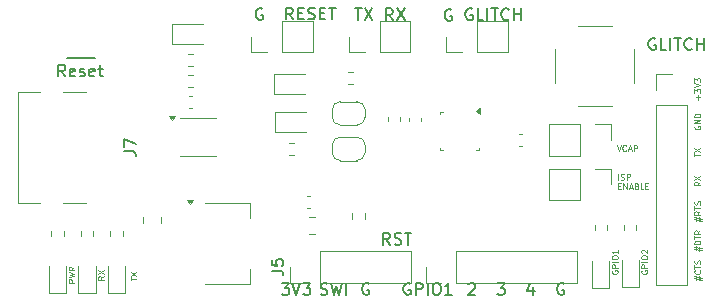
<source format=gbr>
%TF.GenerationSoftware,KiCad,Pcbnew,8.0.6*%
%TF.CreationDate,2025-02-28T22:10:36+01:00*%
%TF.ProjectId,stm8s-target-v1,73746d38-732d-4746-9172-6765742d7631,rev?*%
%TF.SameCoordinates,PX3d09000PY6590fa0*%
%TF.FileFunction,Legend,Top*%
%TF.FilePolarity,Positive*%
%FSLAX46Y46*%
G04 Gerber Fmt 4.6, Leading zero omitted, Abs format (unit mm)*
G04 Created by KiCad (PCBNEW 8.0.6) date 2025-02-28 22:10:36*
%MOMM*%
%LPD*%
G01*
G04 APERTURE LIST*
%ADD10C,0.150000*%
%ADD11C,0.080000*%
%ADD12C,0.120000*%
%ADD13C,0.200000*%
G04 APERTURE END LIST*
D10*
X21928207Y23960181D02*
X21594874Y24436372D01*
X21356779Y23960181D02*
X21356779Y24960181D01*
X21356779Y24960181D02*
X21737731Y24960181D01*
X21737731Y24960181D02*
X21832969Y24912562D01*
X21832969Y24912562D02*
X21880588Y24864943D01*
X21880588Y24864943D02*
X21928207Y24769705D01*
X21928207Y24769705D02*
X21928207Y24626848D01*
X21928207Y24626848D02*
X21880588Y24531610D01*
X21880588Y24531610D02*
X21832969Y24483991D01*
X21832969Y24483991D02*
X21737731Y24436372D01*
X21737731Y24436372D02*
X21356779Y24436372D01*
X22356779Y24483991D02*
X22690112Y24483991D01*
X22832969Y23960181D02*
X22356779Y23960181D01*
X22356779Y23960181D02*
X22356779Y24960181D01*
X22356779Y24960181D02*
X22832969Y24960181D01*
X23213922Y24007800D02*
X23356779Y23960181D01*
X23356779Y23960181D02*
X23594874Y23960181D01*
X23594874Y23960181D02*
X23690112Y24007800D01*
X23690112Y24007800D02*
X23737731Y24055420D01*
X23737731Y24055420D02*
X23785350Y24150658D01*
X23785350Y24150658D02*
X23785350Y24245896D01*
X23785350Y24245896D02*
X23737731Y24341134D01*
X23737731Y24341134D02*
X23690112Y24388753D01*
X23690112Y24388753D02*
X23594874Y24436372D01*
X23594874Y24436372D02*
X23404398Y24483991D01*
X23404398Y24483991D02*
X23309160Y24531610D01*
X23309160Y24531610D02*
X23261541Y24579229D01*
X23261541Y24579229D02*
X23213922Y24674467D01*
X23213922Y24674467D02*
X23213922Y24769705D01*
X23213922Y24769705D02*
X23261541Y24864943D01*
X23261541Y24864943D02*
X23309160Y24912562D01*
X23309160Y24912562D02*
X23404398Y24960181D01*
X23404398Y24960181D02*
X23642493Y24960181D01*
X23642493Y24960181D02*
X23785350Y24912562D01*
X24213922Y24483991D02*
X24547255Y24483991D01*
X24690112Y23960181D02*
X24213922Y23960181D01*
X24213922Y23960181D02*
X24213922Y24960181D01*
X24213922Y24960181D02*
X24690112Y24960181D01*
X24975827Y24960181D02*
X25547255Y24960181D01*
X25261541Y23960181D02*
X25261541Y24960181D01*
D11*
X3434649Y1671679D02*
X2934649Y1671679D01*
X2934649Y1671679D02*
X2934649Y1862155D01*
X2934649Y1862155D02*
X2958459Y1909774D01*
X2958459Y1909774D02*
X2982268Y1933584D01*
X2982268Y1933584D02*
X3029887Y1957393D01*
X3029887Y1957393D02*
X3101316Y1957393D01*
X3101316Y1957393D02*
X3148935Y1933584D01*
X3148935Y1933584D02*
X3172744Y1909774D01*
X3172744Y1909774D02*
X3196554Y1862155D01*
X3196554Y1862155D02*
X3196554Y1671679D01*
X2934649Y2124060D02*
X3434649Y2243108D01*
X3434649Y2243108D02*
X3077506Y2338346D01*
X3077506Y2338346D02*
X3434649Y2433584D01*
X3434649Y2433584D02*
X2934649Y2552631D01*
X3434649Y3028822D02*
X3196554Y2862156D01*
X3434649Y2743108D02*
X2934649Y2743108D01*
X2934649Y2743108D02*
X2934649Y2933584D01*
X2934649Y2933584D02*
X2958459Y2981203D01*
X2958459Y2981203D02*
X2982268Y3005013D01*
X2982268Y3005013D02*
X3029887Y3028822D01*
X3029887Y3028822D02*
X3101316Y3028822D01*
X3101316Y3028822D02*
X3148935Y3005013D01*
X3148935Y3005013D02*
X3172744Y2981203D01*
X3172744Y2981203D02*
X3196554Y2933584D01*
X3196554Y2933584D02*
X3196554Y2743108D01*
D10*
X37110588Y24832562D02*
X37015350Y24880181D01*
X37015350Y24880181D02*
X36872493Y24880181D01*
X36872493Y24880181D02*
X36729636Y24832562D01*
X36729636Y24832562D02*
X36634398Y24737324D01*
X36634398Y24737324D02*
X36586779Y24642086D01*
X36586779Y24642086D02*
X36539160Y24451610D01*
X36539160Y24451610D02*
X36539160Y24308753D01*
X36539160Y24308753D02*
X36586779Y24118277D01*
X36586779Y24118277D02*
X36634398Y24023039D01*
X36634398Y24023039D02*
X36729636Y23927800D01*
X36729636Y23927800D02*
X36872493Y23880181D01*
X36872493Y23880181D02*
X36967731Y23880181D01*
X36967731Y23880181D02*
X37110588Y23927800D01*
X37110588Y23927800D02*
X37158207Y23975420D01*
X37158207Y23975420D02*
X37158207Y24308753D01*
X37158207Y24308753D02*
X36967731Y24308753D01*
X38062969Y23880181D02*
X37586779Y23880181D01*
X37586779Y23880181D02*
X37586779Y24880181D01*
X38396303Y23880181D02*
X38396303Y24880181D01*
X38729636Y24880181D02*
X39301064Y24880181D01*
X39015350Y23880181D02*
X39015350Y24880181D01*
X40205826Y23975420D02*
X40158207Y23927800D01*
X40158207Y23927800D02*
X40015350Y23880181D01*
X40015350Y23880181D02*
X39920112Y23880181D01*
X39920112Y23880181D02*
X39777255Y23927800D01*
X39777255Y23927800D02*
X39682017Y24023039D01*
X39682017Y24023039D02*
X39634398Y24118277D01*
X39634398Y24118277D02*
X39586779Y24308753D01*
X39586779Y24308753D02*
X39586779Y24451610D01*
X39586779Y24451610D02*
X39634398Y24642086D01*
X39634398Y24642086D02*
X39682017Y24737324D01*
X39682017Y24737324D02*
X39777255Y24832562D01*
X39777255Y24832562D02*
X39920112Y24880181D01*
X39920112Y24880181D02*
X40015350Y24880181D01*
X40015350Y24880181D02*
X40158207Y24832562D01*
X40158207Y24832562D02*
X40205826Y24784943D01*
X40634398Y23880181D02*
X40634398Y24880181D01*
X40634398Y24403991D02*
X41205826Y24403991D01*
X41205826Y23880181D02*
X41205826Y24880181D01*
D11*
X5934649Y2207393D02*
X5696554Y2040727D01*
X5934649Y1921679D02*
X5434649Y1921679D01*
X5434649Y1921679D02*
X5434649Y2112155D01*
X5434649Y2112155D02*
X5458459Y2159774D01*
X5458459Y2159774D02*
X5482268Y2183584D01*
X5482268Y2183584D02*
X5529887Y2207393D01*
X5529887Y2207393D02*
X5601316Y2207393D01*
X5601316Y2207393D02*
X5648935Y2183584D01*
X5648935Y2183584D02*
X5672744Y2159774D01*
X5672744Y2159774D02*
X5696554Y2112155D01*
X5696554Y2112155D02*
X5696554Y1921679D01*
X5434649Y2374060D02*
X5934649Y2707393D01*
X5434649Y2707393D02*
X5934649Y2374060D01*
D10*
X52610588Y22332562D02*
X52515350Y22380181D01*
X52515350Y22380181D02*
X52372493Y22380181D01*
X52372493Y22380181D02*
X52229636Y22332562D01*
X52229636Y22332562D02*
X52134398Y22237324D01*
X52134398Y22237324D02*
X52086779Y22142086D01*
X52086779Y22142086D02*
X52039160Y21951610D01*
X52039160Y21951610D02*
X52039160Y21808753D01*
X52039160Y21808753D02*
X52086779Y21618277D01*
X52086779Y21618277D02*
X52134398Y21523039D01*
X52134398Y21523039D02*
X52229636Y21427800D01*
X52229636Y21427800D02*
X52372493Y21380181D01*
X52372493Y21380181D02*
X52467731Y21380181D01*
X52467731Y21380181D02*
X52610588Y21427800D01*
X52610588Y21427800D02*
X52658207Y21475420D01*
X52658207Y21475420D02*
X52658207Y21808753D01*
X52658207Y21808753D02*
X52467731Y21808753D01*
X53562969Y21380181D02*
X53086779Y21380181D01*
X53086779Y21380181D02*
X53086779Y22380181D01*
X53896303Y21380181D02*
X53896303Y22380181D01*
X54229636Y22380181D02*
X54801064Y22380181D01*
X54515350Y21380181D02*
X54515350Y22380181D01*
X55705826Y21475420D02*
X55658207Y21427800D01*
X55658207Y21427800D02*
X55515350Y21380181D01*
X55515350Y21380181D02*
X55420112Y21380181D01*
X55420112Y21380181D02*
X55277255Y21427800D01*
X55277255Y21427800D02*
X55182017Y21523039D01*
X55182017Y21523039D02*
X55134398Y21618277D01*
X55134398Y21618277D02*
X55086779Y21808753D01*
X55086779Y21808753D02*
X55086779Y21951610D01*
X55086779Y21951610D02*
X55134398Y22142086D01*
X55134398Y22142086D02*
X55182017Y22237324D01*
X55182017Y22237324D02*
X55277255Y22332562D01*
X55277255Y22332562D02*
X55420112Y22380181D01*
X55420112Y22380181D02*
X55515350Y22380181D01*
X55515350Y22380181D02*
X55658207Y22332562D01*
X55658207Y22332562D02*
X55705826Y22284943D01*
X56134398Y21380181D02*
X56134398Y22380181D01*
X56134398Y21903991D02*
X56705826Y21903991D01*
X56705826Y21380181D02*
X56705826Y22380181D01*
D11*
X56101316Y1897870D02*
X56101316Y2255012D01*
X55887030Y2040727D02*
X56529887Y1897870D01*
X56315601Y2207393D02*
X56315601Y1850251D01*
X56529887Y2064536D02*
X55887030Y2207393D01*
X56387030Y2707393D02*
X56410840Y2683584D01*
X56410840Y2683584D02*
X56434649Y2612155D01*
X56434649Y2612155D02*
X56434649Y2564536D01*
X56434649Y2564536D02*
X56410840Y2493108D01*
X56410840Y2493108D02*
X56363220Y2445489D01*
X56363220Y2445489D02*
X56315601Y2421679D01*
X56315601Y2421679D02*
X56220363Y2397870D01*
X56220363Y2397870D02*
X56148935Y2397870D01*
X56148935Y2397870D02*
X56053697Y2421679D01*
X56053697Y2421679D02*
X56006078Y2445489D01*
X56006078Y2445489D02*
X55958459Y2493108D01*
X55958459Y2493108D02*
X55934649Y2564536D01*
X55934649Y2564536D02*
X55934649Y2612155D01*
X55934649Y2612155D02*
X55958459Y2683584D01*
X55958459Y2683584D02*
X55982268Y2707393D01*
X55934649Y2850251D02*
X55934649Y3135965D01*
X56434649Y2993108D02*
X55934649Y2993108D01*
X56410840Y3278822D02*
X56434649Y3350250D01*
X56434649Y3350250D02*
X56434649Y3469298D01*
X56434649Y3469298D02*
X56410840Y3516917D01*
X56410840Y3516917D02*
X56387030Y3540726D01*
X56387030Y3540726D02*
X56339411Y3564536D01*
X56339411Y3564536D02*
X56291792Y3564536D01*
X56291792Y3564536D02*
X56244173Y3540726D01*
X56244173Y3540726D02*
X56220363Y3516917D01*
X56220363Y3516917D02*
X56196554Y3469298D01*
X56196554Y3469298D02*
X56172744Y3374060D01*
X56172744Y3374060D02*
X56148935Y3326441D01*
X56148935Y3326441D02*
X56125125Y3302631D01*
X56125125Y3302631D02*
X56077506Y3278822D01*
X56077506Y3278822D02*
X56029887Y3278822D01*
X56029887Y3278822D02*
X55982268Y3302631D01*
X55982268Y3302631D02*
X55958459Y3326441D01*
X55958459Y3326441D02*
X55934649Y3374060D01*
X55934649Y3374060D02*
X55934649Y3493107D01*
X55934649Y3493107D02*
X55958459Y3564536D01*
D10*
X24289160Y677800D02*
X24432017Y630181D01*
X24432017Y630181D02*
X24670112Y630181D01*
X24670112Y630181D02*
X24765350Y677800D01*
X24765350Y677800D02*
X24812969Y725420D01*
X24812969Y725420D02*
X24860588Y820658D01*
X24860588Y820658D02*
X24860588Y915896D01*
X24860588Y915896D02*
X24812969Y1011134D01*
X24812969Y1011134D02*
X24765350Y1058753D01*
X24765350Y1058753D02*
X24670112Y1106372D01*
X24670112Y1106372D02*
X24479636Y1153991D01*
X24479636Y1153991D02*
X24384398Y1201610D01*
X24384398Y1201610D02*
X24336779Y1249229D01*
X24336779Y1249229D02*
X24289160Y1344467D01*
X24289160Y1344467D02*
X24289160Y1439705D01*
X24289160Y1439705D02*
X24336779Y1534943D01*
X24336779Y1534943D02*
X24384398Y1582562D01*
X24384398Y1582562D02*
X24479636Y1630181D01*
X24479636Y1630181D02*
X24717731Y1630181D01*
X24717731Y1630181D02*
X24860588Y1582562D01*
X25193922Y1630181D02*
X25432017Y630181D01*
X25432017Y630181D02*
X25622493Y1344467D01*
X25622493Y1344467D02*
X25812969Y630181D01*
X25812969Y630181D02*
X26051065Y1630181D01*
X26432017Y630181D02*
X26432017Y1630181D01*
D11*
X8184649Y1850251D02*
X8184649Y2135965D01*
X8684649Y1993108D02*
X8184649Y1993108D01*
X8184649Y2255012D02*
X8684649Y2588345D01*
X8184649Y2588345D02*
X8684649Y2255012D01*
X55934649Y12350251D02*
X55934649Y12635965D01*
X56434649Y12493108D02*
X55934649Y12493108D01*
X55934649Y12755012D02*
X56434649Y13088345D01*
X55934649Y13088345D02*
X56434649Y12755012D01*
D10*
X44860588Y1582562D02*
X44765350Y1630181D01*
X44765350Y1630181D02*
X44622493Y1630181D01*
X44622493Y1630181D02*
X44479636Y1582562D01*
X44479636Y1582562D02*
X44384398Y1487324D01*
X44384398Y1487324D02*
X44336779Y1392086D01*
X44336779Y1392086D02*
X44289160Y1201610D01*
X44289160Y1201610D02*
X44289160Y1058753D01*
X44289160Y1058753D02*
X44336779Y868277D01*
X44336779Y868277D02*
X44384398Y773039D01*
X44384398Y773039D02*
X44479636Y677800D01*
X44479636Y677800D02*
X44622493Y630181D01*
X44622493Y630181D02*
X44717731Y630181D01*
X44717731Y630181D02*
X44860588Y677800D01*
X44860588Y677800D02*
X44908207Y725420D01*
X44908207Y725420D02*
X44908207Y1058753D01*
X44908207Y1058753D02*
X44717731Y1058753D01*
D11*
X56244173Y17171679D02*
X56244173Y17552631D01*
X56434649Y17362155D02*
X56053697Y17362155D01*
X55934649Y17743108D02*
X55934649Y18052632D01*
X55934649Y18052632D02*
X56125125Y17885965D01*
X56125125Y17885965D02*
X56125125Y17957394D01*
X56125125Y17957394D02*
X56148935Y18005013D01*
X56148935Y18005013D02*
X56172744Y18028822D01*
X56172744Y18028822D02*
X56220363Y18052632D01*
X56220363Y18052632D02*
X56339411Y18052632D01*
X56339411Y18052632D02*
X56387030Y18028822D01*
X56387030Y18028822D02*
X56410840Y18005013D01*
X56410840Y18005013D02*
X56434649Y17957394D01*
X56434649Y17957394D02*
X56434649Y17814537D01*
X56434649Y17814537D02*
X56410840Y17766918D01*
X56410840Y17766918D02*
X56387030Y17743108D01*
X55934649Y18195489D02*
X56434649Y18362155D01*
X56434649Y18362155D02*
X55934649Y18528822D01*
X55934649Y18647869D02*
X55934649Y18957393D01*
X55934649Y18957393D02*
X56125125Y18790726D01*
X56125125Y18790726D02*
X56125125Y18862155D01*
X56125125Y18862155D02*
X56148935Y18909774D01*
X56148935Y18909774D02*
X56172744Y18933583D01*
X56172744Y18933583D02*
X56220363Y18957393D01*
X56220363Y18957393D02*
X56339411Y18957393D01*
X56339411Y18957393D02*
X56387030Y18933583D01*
X56387030Y18933583D02*
X56410840Y18909774D01*
X56410840Y18909774D02*
X56434649Y18862155D01*
X56434649Y18862155D02*
X56434649Y18719298D01*
X56434649Y18719298D02*
X56410840Y18671679D01*
X56410840Y18671679D02*
X56387030Y18647869D01*
D10*
X20991541Y1630181D02*
X21610588Y1630181D01*
X21610588Y1630181D02*
X21277255Y1249229D01*
X21277255Y1249229D02*
X21420112Y1249229D01*
X21420112Y1249229D02*
X21515350Y1201610D01*
X21515350Y1201610D02*
X21562969Y1153991D01*
X21562969Y1153991D02*
X21610588Y1058753D01*
X21610588Y1058753D02*
X21610588Y820658D01*
X21610588Y820658D02*
X21562969Y725420D01*
X21562969Y725420D02*
X21515350Y677800D01*
X21515350Y677800D02*
X21420112Y630181D01*
X21420112Y630181D02*
X21134398Y630181D01*
X21134398Y630181D02*
X21039160Y677800D01*
X21039160Y677800D02*
X20991541Y725420D01*
X21896303Y1630181D02*
X22229636Y630181D01*
X22229636Y630181D02*
X22562969Y1630181D01*
X22801065Y1630181D02*
X23420112Y1630181D01*
X23420112Y1630181D02*
X23086779Y1249229D01*
X23086779Y1249229D02*
X23229636Y1249229D01*
X23229636Y1249229D02*
X23324874Y1201610D01*
X23324874Y1201610D02*
X23372493Y1153991D01*
X23372493Y1153991D02*
X23420112Y1058753D01*
X23420112Y1058753D02*
X23420112Y820658D01*
X23420112Y820658D02*
X23372493Y725420D01*
X23372493Y725420D02*
X23324874Y677800D01*
X23324874Y677800D02*
X23229636Y630181D01*
X23229636Y630181D02*
X22943922Y630181D01*
X22943922Y630181D02*
X22848684Y677800D01*
X22848684Y677800D02*
X22801065Y725420D01*
D11*
X48958459Y2683584D02*
X48934649Y2635965D01*
X48934649Y2635965D02*
X48934649Y2564536D01*
X48934649Y2564536D02*
X48958459Y2493108D01*
X48958459Y2493108D02*
X49006078Y2445489D01*
X49006078Y2445489D02*
X49053697Y2421679D01*
X49053697Y2421679D02*
X49148935Y2397870D01*
X49148935Y2397870D02*
X49220363Y2397870D01*
X49220363Y2397870D02*
X49315601Y2421679D01*
X49315601Y2421679D02*
X49363220Y2445489D01*
X49363220Y2445489D02*
X49410840Y2493108D01*
X49410840Y2493108D02*
X49434649Y2564536D01*
X49434649Y2564536D02*
X49434649Y2612155D01*
X49434649Y2612155D02*
X49410840Y2683584D01*
X49410840Y2683584D02*
X49387030Y2707393D01*
X49387030Y2707393D02*
X49220363Y2707393D01*
X49220363Y2707393D02*
X49220363Y2612155D01*
X49434649Y2921679D02*
X48934649Y2921679D01*
X48934649Y2921679D02*
X48934649Y3112155D01*
X48934649Y3112155D02*
X48958459Y3159774D01*
X48958459Y3159774D02*
X48982268Y3183584D01*
X48982268Y3183584D02*
X49029887Y3207393D01*
X49029887Y3207393D02*
X49101316Y3207393D01*
X49101316Y3207393D02*
X49148935Y3183584D01*
X49148935Y3183584D02*
X49172744Y3159774D01*
X49172744Y3159774D02*
X49196554Y3112155D01*
X49196554Y3112155D02*
X49196554Y2921679D01*
X49434649Y3421679D02*
X48934649Y3421679D01*
X48934649Y3755012D02*
X48934649Y3850250D01*
X48934649Y3850250D02*
X48958459Y3897869D01*
X48958459Y3897869D02*
X49006078Y3945488D01*
X49006078Y3945488D02*
X49101316Y3969298D01*
X49101316Y3969298D02*
X49267982Y3969298D01*
X49267982Y3969298D02*
X49363220Y3945488D01*
X49363220Y3945488D02*
X49410840Y3897869D01*
X49410840Y3897869D02*
X49434649Y3850250D01*
X49434649Y3850250D02*
X49434649Y3755012D01*
X49434649Y3755012D02*
X49410840Y3707393D01*
X49410840Y3707393D02*
X49363220Y3659774D01*
X49363220Y3659774D02*
X49267982Y3635965D01*
X49267982Y3635965D02*
X49101316Y3635965D01*
X49101316Y3635965D02*
X49006078Y3659774D01*
X49006078Y3659774D02*
X48958459Y3707393D01*
X48958459Y3707393D02*
X48934649Y3755012D01*
X49434649Y4445489D02*
X49434649Y4159775D01*
X49434649Y4302632D02*
X48934649Y4302632D01*
X48934649Y4302632D02*
X49006078Y4255013D01*
X49006078Y4255013D02*
X49053697Y4207394D01*
X49053697Y4207394D02*
X49077506Y4159775D01*
X49471678Y10370323D02*
X49471678Y10870323D01*
X49685964Y10394132D02*
X49757392Y10370323D01*
X49757392Y10370323D02*
X49876440Y10370323D01*
X49876440Y10370323D02*
X49924059Y10394132D01*
X49924059Y10394132D02*
X49947868Y10417942D01*
X49947868Y10417942D02*
X49971678Y10465561D01*
X49971678Y10465561D02*
X49971678Y10513180D01*
X49971678Y10513180D02*
X49947868Y10560799D01*
X49947868Y10560799D02*
X49924059Y10584609D01*
X49924059Y10584609D02*
X49876440Y10608418D01*
X49876440Y10608418D02*
X49781202Y10632228D01*
X49781202Y10632228D02*
X49733583Y10656037D01*
X49733583Y10656037D02*
X49709773Y10679847D01*
X49709773Y10679847D02*
X49685964Y10727466D01*
X49685964Y10727466D02*
X49685964Y10775085D01*
X49685964Y10775085D02*
X49709773Y10822704D01*
X49709773Y10822704D02*
X49733583Y10846513D01*
X49733583Y10846513D02*
X49781202Y10870323D01*
X49781202Y10870323D02*
X49900249Y10870323D01*
X49900249Y10870323D02*
X49971678Y10846513D01*
X50185963Y10370323D02*
X50185963Y10870323D01*
X50185963Y10870323D02*
X50376439Y10870323D01*
X50376439Y10870323D02*
X50424058Y10846513D01*
X50424058Y10846513D02*
X50447868Y10822704D01*
X50447868Y10822704D02*
X50471677Y10775085D01*
X50471677Y10775085D02*
X50471677Y10703656D01*
X50471677Y10703656D02*
X50447868Y10656037D01*
X50447868Y10656037D02*
X50424058Y10632228D01*
X50424058Y10632228D02*
X50376439Y10608418D01*
X50376439Y10608418D02*
X50185963Y10608418D01*
X49471678Y9827256D02*
X49638345Y9827256D01*
X49709773Y9565351D02*
X49471678Y9565351D01*
X49471678Y9565351D02*
X49471678Y10065351D01*
X49471678Y10065351D02*
X49709773Y10065351D01*
X49924059Y9565351D02*
X49924059Y10065351D01*
X49924059Y10065351D02*
X50209773Y9565351D01*
X50209773Y9565351D02*
X50209773Y10065351D01*
X50424060Y9708208D02*
X50662155Y9708208D01*
X50376441Y9565351D02*
X50543107Y10065351D01*
X50543107Y10065351D02*
X50709774Y9565351D01*
X51043107Y9827256D02*
X51114535Y9803446D01*
X51114535Y9803446D02*
X51138345Y9779637D01*
X51138345Y9779637D02*
X51162154Y9732018D01*
X51162154Y9732018D02*
X51162154Y9660589D01*
X51162154Y9660589D02*
X51138345Y9612970D01*
X51138345Y9612970D02*
X51114535Y9589160D01*
X51114535Y9589160D02*
X51066916Y9565351D01*
X51066916Y9565351D02*
X50876440Y9565351D01*
X50876440Y9565351D02*
X50876440Y10065351D01*
X50876440Y10065351D02*
X51043107Y10065351D01*
X51043107Y10065351D02*
X51090726Y10041541D01*
X51090726Y10041541D02*
X51114535Y10017732D01*
X51114535Y10017732D02*
X51138345Y9970113D01*
X51138345Y9970113D02*
X51138345Y9922494D01*
X51138345Y9922494D02*
X51114535Y9874875D01*
X51114535Y9874875D02*
X51090726Y9851065D01*
X51090726Y9851065D02*
X51043107Y9827256D01*
X51043107Y9827256D02*
X50876440Y9827256D01*
X51614535Y9565351D02*
X51376440Y9565351D01*
X51376440Y9565351D02*
X51376440Y10065351D01*
X51781202Y9827256D02*
X51947869Y9827256D01*
X52019297Y9565351D02*
X51781202Y9565351D01*
X51781202Y9565351D02*
X51781202Y10065351D01*
X51781202Y10065351D02*
X52019297Y10065351D01*
X56101316Y4397870D02*
X56101316Y4755012D01*
X55887030Y4540727D02*
X56529887Y4397870D01*
X56315601Y4707393D02*
X56315601Y4350251D01*
X56529887Y4564536D02*
X55887030Y4707393D01*
X56434649Y4921679D02*
X55934649Y4921679D01*
X55934649Y4921679D02*
X55934649Y5040727D01*
X55934649Y5040727D02*
X55958459Y5112155D01*
X55958459Y5112155D02*
X56006078Y5159774D01*
X56006078Y5159774D02*
X56053697Y5183584D01*
X56053697Y5183584D02*
X56148935Y5207393D01*
X56148935Y5207393D02*
X56220363Y5207393D01*
X56220363Y5207393D02*
X56315601Y5183584D01*
X56315601Y5183584D02*
X56363220Y5159774D01*
X56363220Y5159774D02*
X56410840Y5112155D01*
X56410840Y5112155D02*
X56434649Y5040727D01*
X56434649Y5040727D02*
X56434649Y4921679D01*
X55934649Y5350251D02*
X55934649Y5635965D01*
X56434649Y5493108D02*
X55934649Y5493108D01*
X56434649Y6088345D02*
X56196554Y5921679D01*
X56434649Y5802631D02*
X55934649Y5802631D01*
X55934649Y5802631D02*
X55934649Y5993107D01*
X55934649Y5993107D02*
X55958459Y6040726D01*
X55958459Y6040726D02*
X55982268Y6064536D01*
X55982268Y6064536D02*
X56029887Y6088345D01*
X56029887Y6088345D02*
X56101316Y6088345D01*
X56101316Y6088345D02*
X56148935Y6064536D01*
X56148935Y6064536D02*
X56172744Y6040726D01*
X56172744Y6040726D02*
X56196554Y5993107D01*
X56196554Y5993107D02*
X56196554Y5802631D01*
D10*
X28360588Y1582562D02*
X28265350Y1630181D01*
X28265350Y1630181D02*
X28122493Y1630181D01*
X28122493Y1630181D02*
X27979636Y1582562D01*
X27979636Y1582562D02*
X27884398Y1487324D01*
X27884398Y1487324D02*
X27836779Y1392086D01*
X27836779Y1392086D02*
X27789160Y1201610D01*
X27789160Y1201610D02*
X27789160Y1058753D01*
X27789160Y1058753D02*
X27836779Y868277D01*
X27836779Y868277D02*
X27884398Y773039D01*
X27884398Y773039D02*
X27979636Y677800D01*
X27979636Y677800D02*
X28122493Y630181D01*
X28122493Y630181D02*
X28217731Y630181D01*
X28217731Y630181D02*
X28360588Y677800D01*
X28360588Y677800D02*
X28408207Y725420D01*
X28408207Y725420D02*
X28408207Y1058753D01*
X28408207Y1058753D02*
X28217731Y1058753D01*
X27193922Y24880181D02*
X27765350Y24880181D01*
X27479636Y23880181D02*
X27479636Y24880181D01*
X28003446Y24880181D02*
X28670112Y23880181D01*
X28670112Y24880181D02*
X28003446Y23880181D01*
X30384398Y23880181D02*
X30051065Y24356372D01*
X29812970Y23880181D02*
X29812970Y24880181D01*
X29812970Y24880181D02*
X30193922Y24880181D01*
X30193922Y24880181D02*
X30289160Y24832562D01*
X30289160Y24832562D02*
X30336779Y24784943D01*
X30336779Y24784943D02*
X30384398Y24689705D01*
X30384398Y24689705D02*
X30384398Y24546848D01*
X30384398Y24546848D02*
X30336779Y24451610D01*
X30336779Y24451610D02*
X30289160Y24403991D01*
X30289160Y24403991D02*
X30193922Y24356372D01*
X30193922Y24356372D02*
X29812970Y24356372D01*
X30717732Y24880181D02*
X31384398Y23880181D01*
X31384398Y24880181D02*
X30717732Y23880181D01*
X19340588Y24852562D02*
X19245350Y24900181D01*
X19245350Y24900181D02*
X19102493Y24900181D01*
X19102493Y24900181D02*
X18959636Y24852562D01*
X18959636Y24852562D02*
X18864398Y24757324D01*
X18864398Y24757324D02*
X18816779Y24662086D01*
X18816779Y24662086D02*
X18769160Y24471610D01*
X18769160Y24471610D02*
X18769160Y24328753D01*
X18769160Y24328753D02*
X18816779Y24138277D01*
X18816779Y24138277D02*
X18864398Y24043039D01*
X18864398Y24043039D02*
X18959636Y23947800D01*
X18959636Y23947800D02*
X19102493Y23900181D01*
X19102493Y23900181D02*
X19197731Y23900181D01*
X19197731Y23900181D02*
X19340588Y23947800D01*
X19340588Y23947800D02*
X19388207Y23995420D01*
X19388207Y23995420D02*
X19388207Y24328753D01*
X19388207Y24328753D02*
X19197731Y24328753D01*
D11*
X55958459Y14933584D02*
X55934649Y14885965D01*
X55934649Y14885965D02*
X55934649Y14814536D01*
X55934649Y14814536D02*
X55958459Y14743108D01*
X55958459Y14743108D02*
X56006078Y14695489D01*
X56006078Y14695489D02*
X56053697Y14671679D01*
X56053697Y14671679D02*
X56148935Y14647870D01*
X56148935Y14647870D02*
X56220363Y14647870D01*
X56220363Y14647870D02*
X56315601Y14671679D01*
X56315601Y14671679D02*
X56363220Y14695489D01*
X56363220Y14695489D02*
X56410840Y14743108D01*
X56410840Y14743108D02*
X56434649Y14814536D01*
X56434649Y14814536D02*
X56434649Y14862155D01*
X56434649Y14862155D02*
X56410840Y14933584D01*
X56410840Y14933584D02*
X56387030Y14957393D01*
X56387030Y14957393D02*
X56220363Y14957393D01*
X56220363Y14957393D02*
X56220363Y14862155D01*
X56434649Y15171679D02*
X55934649Y15171679D01*
X55934649Y15171679D02*
X56434649Y15457393D01*
X56434649Y15457393D02*
X55934649Y15457393D01*
X56434649Y15695489D02*
X55934649Y15695489D01*
X55934649Y15695489D02*
X55934649Y15814537D01*
X55934649Y15814537D02*
X55958459Y15885965D01*
X55958459Y15885965D02*
X56006078Y15933584D01*
X56006078Y15933584D02*
X56053697Y15957394D01*
X56053697Y15957394D02*
X56148935Y15981203D01*
X56148935Y15981203D02*
X56220363Y15981203D01*
X56220363Y15981203D02*
X56315601Y15957394D01*
X56315601Y15957394D02*
X56363220Y15933584D01*
X56363220Y15933584D02*
X56410840Y15885965D01*
X56410840Y15885965D02*
X56434649Y15814537D01*
X56434649Y15814537D02*
X56434649Y15695489D01*
D10*
X30158207Y4880181D02*
X29824874Y5356372D01*
X29586779Y4880181D02*
X29586779Y5880181D01*
X29586779Y5880181D02*
X29967731Y5880181D01*
X29967731Y5880181D02*
X30062969Y5832562D01*
X30062969Y5832562D02*
X30110588Y5784943D01*
X30110588Y5784943D02*
X30158207Y5689705D01*
X30158207Y5689705D02*
X30158207Y5546848D01*
X30158207Y5546848D02*
X30110588Y5451610D01*
X30110588Y5451610D02*
X30062969Y5403991D01*
X30062969Y5403991D02*
X29967731Y5356372D01*
X29967731Y5356372D02*
X29586779Y5356372D01*
X30539160Y4927800D02*
X30682017Y4880181D01*
X30682017Y4880181D02*
X30920112Y4880181D01*
X30920112Y4880181D02*
X31015350Y4927800D01*
X31015350Y4927800D02*
X31062969Y4975420D01*
X31062969Y4975420D02*
X31110588Y5070658D01*
X31110588Y5070658D02*
X31110588Y5165896D01*
X31110588Y5165896D02*
X31062969Y5261134D01*
X31062969Y5261134D02*
X31015350Y5308753D01*
X31015350Y5308753D02*
X30920112Y5356372D01*
X30920112Y5356372D02*
X30729636Y5403991D01*
X30729636Y5403991D02*
X30634398Y5451610D01*
X30634398Y5451610D02*
X30586779Y5499229D01*
X30586779Y5499229D02*
X30539160Y5594467D01*
X30539160Y5594467D02*
X30539160Y5689705D01*
X30539160Y5689705D02*
X30586779Y5784943D01*
X30586779Y5784943D02*
X30634398Y5832562D01*
X30634398Y5832562D02*
X30729636Y5880181D01*
X30729636Y5880181D02*
X30967731Y5880181D01*
X30967731Y5880181D02*
X31110588Y5832562D01*
X31396303Y5880181D02*
X31967731Y5880181D01*
X31682017Y4880181D02*
X31682017Y5880181D01*
D11*
X51458459Y2683584D02*
X51434649Y2635965D01*
X51434649Y2635965D02*
X51434649Y2564536D01*
X51434649Y2564536D02*
X51458459Y2493108D01*
X51458459Y2493108D02*
X51506078Y2445489D01*
X51506078Y2445489D02*
X51553697Y2421679D01*
X51553697Y2421679D02*
X51648935Y2397870D01*
X51648935Y2397870D02*
X51720363Y2397870D01*
X51720363Y2397870D02*
X51815601Y2421679D01*
X51815601Y2421679D02*
X51863220Y2445489D01*
X51863220Y2445489D02*
X51910840Y2493108D01*
X51910840Y2493108D02*
X51934649Y2564536D01*
X51934649Y2564536D02*
X51934649Y2612155D01*
X51934649Y2612155D02*
X51910840Y2683584D01*
X51910840Y2683584D02*
X51887030Y2707393D01*
X51887030Y2707393D02*
X51720363Y2707393D01*
X51720363Y2707393D02*
X51720363Y2612155D01*
X51934649Y2921679D02*
X51434649Y2921679D01*
X51434649Y2921679D02*
X51434649Y3112155D01*
X51434649Y3112155D02*
X51458459Y3159774D01*
X51458459Y3159774D02*
X51482268Y3183584D01*
X51482268Y3183584D02*
X51529887Y3207393D01*
X51529887Y3207393D02*
X51601316Y3207393D01*
X51601316Y3207393D02*
X51648935Y3183584D01*
X51648935Y3183584D02*
X51672744Y3159774D01*
X51672744Y3159774D02*
X51696554Y3112155D01*
X51696554Y3112155D02*
X51696554Y2921679D01*
X51934649Y3421679D02*
X51434649Y3421679D01*
X51434649Y3755012D02*
X51434649Y3850250D01*
X51434649Y3850250D02*
X51458459Y3897869D01*
X51458459Y3897869D02*
X51506078Y3945488D01*
X51506078Y3945488D02*
X51601316Y3969298D01*
X51601316Y3969298D02*
X51767982Y3969298D01*
X51767982Y3969298D02*
X51863220Y3945488D01*
X51863220Y3945488D02*
X51910840Y3897869D01*
X51910840Y3897869D02*
X51934649Y3850250D01*
X51934649Y3850250D02*
X51934649Y3755012D01*
X51934649Y3755012D02*
X51910840Y3707393D01*
X51910840Y3707393D02*
X51863220Y3659774D01*
X51863220Y3659774D02*
X51767982Y3635965D01*
X51767982Y3635965D02*
X51601316Y3635965D01*
X51601316Y3635965D02*
X51506078Y3659774D01*
X51506078Y3659774D02*
X51458459Y3707393D01*
X51458459Y3707393D02*
X51434649Y3755012D01*
X51482268Y4159775D02*
X51458459Y4183584D01*
X51458459Y4183584D02*
X51434649Y4231203D01*
X51434649Y4231203D02*
X51434649Y4350251D01*
X51434649Y4350251D02*
X51458459Y4397870D01*
X51458459Y4397870D02*
X51482268Y4421679D01*
X51482268Y4421679D02*
X51529887Y4445489D01*
X51529887Y4445489D02*
X51577506Y4445489D01*
X51577506Y4445489D02*
X51648935Y4421679D01*
X51648935Y4421679D02*
X51934649Y4135965D01*
X51934649Y4135965D02*
X51934649Y4445489D01*
D10*
X36789160Y1534943D02*
X36836779Y1582562D01*
X36836779Y1582562D02*
X36932017Y1630181D01*
X36932017Y1630181D02*
X37170112Y1630181D01*
X37170112Y1630181D02*
X37265350Y1582562D01*
X37265350Y1582562D02*
X37312969Y1534943D01*
X37312969Y1534943D02*
X37360588Y1439705D01*
X37360588Y1439705D02*
X37360588Y1344467D01*
X37360588Y1344467D02*
X37312969Y1201610D01*
X37312969Y1201610D02*
X36741541Y630181D01*
X36741541Y630181D02*
X37360588Y630181D01*
X42265350Y1296848D02*
X42265350Y630181D01*
X42027255Y1677800D02*
X41789160Y963515D01*
X41789160Y963515D02*
X42408207Y963515D01*
D11*
X56434649Y10207393D02*
X56196554Y10040727D01*
X56434649Y9921679D02*
X55934649Y9921679D01*
X55934649Y9921679D02*
X55934649Y10112155D01*
X55934649Y10112155D02*
X55958459Y10159774D01*
X55958459Y10159774D02*
X55982268Y10183584D01*
X55982268Y10183584D02*
X56029887Y10207393D01*
X56029887Y10207393D02*
X56101316Y10207393D01*
X56101316Y10207393D02*
X56148935Y10183584D01*
X56148935Y10183584D02*
X56172744Y10159774D01*
X56172744Y10159774D02*
X56196554Y10112155D01*
X56196554Y10112155D02*
X56196554Y9921679D01*
X55934649Y10374060D02*
X56434649Y10707393D01*
X55934649Y10707393D02*
X56434649Y10374060D01*
X56101316Y6897870D02*
X56101316Y7255012D01*
X55887030Y7040727D02*
X56529887Y6897870D01*
X56315601Y7207393D02*
X56315601Y6850251D01*
X56529887Y7064536D02*
X55887030Y7207393D01*
X56434649Y7707393D02*
X56196554Y7540727D01*
X56434649Y7421679D02*
X55934649Y7421679D01*
X55934649Y7421679D02*
X55934649Y7612155D01*
X55934649Y7612155D02*
X55958459Y7659774D01*
X55958459Y7659774D02*
X55982268Y7683584D01*
X55982268Y7683584D02*
X56029887Y7707393D01*
X56029887Y7707393D02*
X56101316Y7707393D01*
X56101316Y7707393D02*
X56148935Y7683584D01*
X56148935Y7683584D02*
X56172744Y7659774D01*
X56172744Y7659774D02*
X56196554Y7612155D01*
X56196554Y7612155D02*
X56196554Y7421679D01*
X55934649Y7850251D02*
X55934649Y8135965D01*
X56434649Y7993108D02*
X55934649Y7993108D01*
X56410840Y8278822D02*
X56434649Y8350250D01*
X56434649Y8350250D02*
X56434649Y8469298D01*
X56434649Y8469298D02*
X56410840Y8516917D01*
X56410840Y8516917D02*
X56387030Y8540726D01*
X56387030Y8540726D02*
X56339411Y8564536D01*
X56339411Y8564536D02*
X56291792Y8564536D01*
X56291792Y8564536D02*
X56244173Y8540726D01*
X56244173Y8540726D02*
X56220363Y8516917D01*
X56220363Y8516917D02*
X56196554Y8469298D01*
X56196554Y8469298D02*
X56172744Y8374060D01*
X56172744Y8374060D02*
X56148935Y8326441D01*
X56148935Y8326441D02*
X56125125Y8302631D01*
X56125125Y8302631D02*
X56077506Y8278822D01*
X56077506Y8278822D02*
X56029887Y8278822D01*
X56029887Y8278822D02*
X55982268Y8302631D01*
X55982268Y8302631D02*
X55958459Y8326441D01*
X55958459Y8326441D02*
X55934649Y8374060D01*
X55934649Y8374060D02*
X55934649Y8493107D01*
X55934649Y8493107D02*
X55958459Y8564536D01*
D10*
X35340588Y24772562D02*
X35245350Y24820181D01*
X35245350Y24820181D02*
X35102493Y24820181D01*
X35102493Y24820181D02*
X34959636Y24772562D01*
X34959636Y24772562D02*
X34864398Y24677324D01*
X34864398Y24677324D02*
X34816779Y24582086D01*
X34816779Y24582086D02*
X34769160Y24391610D01*
X34769160Y24391610D02*
X34769160Y24248753D01*
X34769160Y24248753D02*
X34816779Y24058277D01*
X34816779Y24058277D02*
X34864398Y23963039D01*
X34864398Y23963039D02*
X34959636Y23867800D01*
X34959636Y23867800D02*
X35102493Y23820181D01*
X35102493Y23820181D02*
X35197731Y23820181D01*
X35197731Y23820181D02*
X35340588Y23867800D01*
X35340588Y23867800D02*
X35388207Y23915420D01*
X35388207Y23915420D02*
X35388207Y24248753D01*
X35388207Y24248753D02*
X35197731Y24248753D01*
X39241541Y1630181D02*
X39860588Y1630181D01*
X39860588Y1630181D02*
X39527255Y1249229D01*
X39527255Y1249229D02*
X39670112Y1249229D01*
X39670112Y1249229D02*
X39765350Y1201610D01*
X39765350Y1201610D02*
X39812969Y1153991D01*
X39812969Y1153991D02*
X39860588Y1058753D01*
X39860588Y1058753D02*
X39860588Y820658D01*
X39860588Y820658D02*
X39812969Y725420D01*
X39812969Y725420D02*
X39765350Y677800D01*
X39765350Y677800D02*
X39670112Y630181D01*
X39670112Y630181D02*
X39384398Y630181D01*
X39384398Y630181D02*
X39289160Y677800D01*
X39289160Y677800D02*
X39241541Y725420D01*
X31860588Y1582562D02*
X31765350Y1630181D01*
X31765350Y1630181D02*
X31622493Y1630181D01*
X31622493Y1630181D02*
X31479636Y1582562D01*
X31479636Y1582562D02*
X31384398Y1487324D01*
X31384398Y1487324D02*
X31336779Y1392086D01*
X31336779Y1392086D02*
X31289160Y1201610D01*
X31289160Y1201610D02*
X31289160Y1058753D01*
X31289160Y1058753D02*
X31336779Y868277D01*
X31336779Y868277D02*
X31384398Y773039D01*
X31384398Y773039D02*
X31479636Y677800D01*
X31479636Y677800D02*
X31622493Y630181D01*
X31622493Y630181D02*
X31717731Y630181D01*
X31717731Y630181D02*
X31860588Y677800D01*
X31860588Y677800D02*
X31908207Y725420D01*
X31908207Y725420D02*
X31908207Y1058753D01*
X31908207Y1058753D02*
X31717731Y1058753D01*
X32336779Y630181D02*
X32336779Y1630181D01*
X32336779Y1630181D02*
X32717731Y1630181D01*
X32717731Y1630181D02*
X32812969Y1582562D01*
X32812969Y1582562D02*
X32860588Y1534943D01*
X32860588Y1534943D02*
X32908207Y1439705D01*
X32908207Y1439705D02*
X32908207Y1296848D01*
X32908207Y1296848D02*
X32860588Y1201610D01*
X32860588Y1201610D02*
X32812969Y1153991D01*
X32812969Y1153991D02*
X32717731Y1106372D01*
X32717731Y1106372D02*
X32336779Y1106372D01*
X33336779Y630181D02*
X33336779Y1630181D01*
X34003445Y1630181D02*
X34193921Y1630181D01*
X34193921Y1630181D02*
X34289159Y1582562D01*
X34289159Y1582562D02*
X34384397Y1487324D01*
X34384397Y1487324D02*
X34432016Y1296848D01*
X34432016Y1296848D02*
X34432016Y963515D01*
X34432016Y963515D02*
X34384397Y773039D01*
X34384397Y773039D02*
X34289159Y677800D01*
X34289159Y677800D02*
X34193921Y630181D01*
X34193921Y630181D02*
X34003445Y630181D01*
X34003445Y630181D02*
X33908207Y677800D01*
X33908207Y677800D02*
X33812969Y773039D01*
X33812969Y773039D02*
X33765350Y963515D01*
X33765350Y963515D02*
X33765350Y1296848D01*
X33765350Y1296848D02*
X33812969Y1487324D01*
X33812969Y1487324D02*
X33908207Y1582562D01*
X33908207Y1582562D02*
X34003445Y1630181D01*
X35384397Y630181D02*
X34812969Y630181D01*
X35098683Y630181D02*
X35098683Y1630181D01*
X35098683Y1630181D02*
X35003445Y1487324D01*
X35003445Y1487324D02*
X34908207Y1392086D01*
X34908207Y1392086D02*
X34812969Y1344467D01*
X2658207Y19130181D02*
X2324874Y19606372D01*
X2086779Y19130181D02*
X2086779Y20130181D01*
X2086779Y20130181D02*
X2467731Y20130181D01*
X2467731Y20130181D02*
X2562969Y20082562D01*
X2562969Y20082562D02*
X2610588Y20034943D01*
X2610588Y20034943D02*
X2658207Y19939705D01*
X2658207Y19939705D02*
X2658207Y19796848D01*
X2658207Y19796848D02*
X2610588Y19701610D01*
X2610588Y19701610D02*
X2562969Y19653991D01*
X2562969Y19653991D02*
X2467731Y19606372D01*
X2467731Y19606372D02*
X2086779Y19606372D01*
X3467731Y19177800D02*
X3372493Y19130181D01*
X3372493Y19130181D02*
X3182017Y19130181D01*
X3182017Y19130181D02*
X3086779Y19177800D01*
X3086779Y19177800D02*
X3039160Y19273039D01*
X3039160Y19273039D02*
X3039160Y19653991D01*
X3039160Y19653991D02*
X3086779Y19749229D01*
X3086779Y19749229D02*
X3182017Y19796848D01*
X3182017Y19796848D02*
X3372493Y19796848D01*
X3372493Y19796848D02*
X3467731Y19749229D01*
X3467731Y19749229D02*
X3515350Y19653991D01*
X3515350Y19653991D02*
X3515350Y19558753D01*
X3515350Y19558753D02*
X3039160Y19463515D01*
X3896303Y19177800D02*
X3991541Y19130181D01*
X3991541Y19130181D02*
X4182017Y19130181D01*
X4182017Y19130181D02*
X4277255Y19177800D01*
X4277255Y19177800D02*
X4324874Y19273039D01*
X4324874Y19273039D02*
X4324874Y19320658D01*
X4324874Y19320658D02*
X4277255Y19415896D01*
X4277255Y19415896D02*
X4182017Y19463515D01*
X4182017Y19463515D02*
X4039160Y19463515D01*
X4039160Y19463515D02*
X3943922Y19511134D01*
X3943922Y19511134D02*
X3896303Y19606372D01*
X3896303Y19606372D02*
X3896303Y19653991D01*
X3896303Y19653991D02*
X3943922Y19749229D01*
X3943922Y19749229D02*
X4039160Y19796848D01*
X4039160Y19796848D02*
X4182017Y19796848D01*
X4182017Y19796848D02*
X4277255Y19749229D01*
X5134398Y19177800D02*
X5039160Y19130181D01*
X5039160Y19130181D02*
X4848684Y19130181D01*
X4848684Y19130181D02*
X4753446Y19177800D01*
X4753446Y19177800D02*
X4705827Y19273039D01*
X4705827Y19273039D02*
X4705827Y19653991D01*
X4705827Y19653991D02*
X4753446Y19749229D01*
X4753446Y19749229D02*
X4848684Y19796848D01*
X4848684Y19796848D02*
X5039160Y19796848D01*
X5039160Y19796848D02*
X5134398Y19749229D01*
X5134398Y19749229D02*
X5182017Y19653991D01*
X5182017Y19653991D02*
X5182017Y19558753D01*
X5182017Y19558753D02*
X4705827Y19463515D01*
X5467732Y19796848D02*
X5848684Y19796848D01*
X5610589Y20130181D02*
X5610589Y19273039D01*
X5610589Y19273039D02*
X5658208Y19177800D01*
X5658208Y19177800D02*
X5753446Y19130181D01*
X5753446Y19130181D02*
X5848684Y19130181D01*
D11*
X49350250Y13315351D02*
X49516916Y12815351D01*
X49516916Y12815351D02*
X49683583Y13315351D01*
X50135963Y12862970D02*
X50112154Y12839160D01*
X50112154Y12839160D02*
X50040725Y12815351D01*
X50040725Y12815351D02*
X49993106Y12815351D01*
X49993106Y12815351D02*
X49921678Y12839160D01*
X49921678Y12839160D02*
X49874059Y12886780D01*
X49874059Y12886780D02*
X49850249Y12934399D01*
X49850249Y12934399D02*
X49826440Y13029637D01*
X49826440Y13029637D02*
X49826440Y13101065D01*
X49826440Y13101065D02*
X49850249Y13196303D01*
X49850249Y13196303D02*
X49874059Y13243922D01*
X49874059Y13243922D02*
X49921678Y13291541D01*
X49921678Y13291541D02*
X49993106Y13315351D01*
X49993106Y13315351D02*
X50040725Y13315351D01*
X50040725Y13315351D02*
X50112154Y13291541D01*
X50112154Y13291541D02*
X50135963Y13267732D01*
X50326440Y12958208D02*
X50564535Y12958208D01*
X50278821Y12815351D02*
X50445487Y13315351D01*
X50445487Y13315351D02*
X50612154Y12815351D01*
X50778820Y12815351D02*
X50778820Y13315351D01*
X50778820Y13315351D02*
X50969296Y13315351D01*
X50969296Y13315351D02*
X51016915Y13291541D01*
X51016915Y13291541D02*
X51040725Y13267732D01*
X51040725Y13267732D02*
X51064534Y13220113D01*
X51064534Y13220113D02*
X51064534Y13148684D01*
X51064534Y13148684D02*
X51040725Y13101065D01*
X51040725Y13101065D02*
X51016915Y13077256D01*
X51016915Y13077256D02*
X50969296Y13053446D01*
X50969296Y13053446D02*
X50778820Y13053446D01*
D10*
X20124819Y2666667D02*
X20839104Y2666667D01*
X20839104Y2666667D02*
X20981961Y2619048D01*
X20981961Y2619048D02*
X21077200Y2523810D01*
X21077200Y2523810D02*
X21124819Y2380953D01*
X21124819Y2380953D02*
X21124819Y2285715D01*
X20124819Y3619048D02*
X20124819Y3142858D01*
X20124819Y3142858D02*
X20601009Y3095239D01*
X20601009Y3095239D02*
X20553390Y3142858D01*
X20553390Y3142858D02*
X20505771Y3238096D01*
X20505771Y3238096D02*
X20505771Y3476191D01*
X20505771Y3476191D02*
X20553390Y3571429D01*
X20553390Y3571429D02*
X20601009Y3619048D01*
X20601009Y3619048D02*
X20696247Y3666667D01*
X20696247Y3666667D02*
X20934342Y3666667D01*
X20934342Y3666667D02*
X21029580Y3619048D01*
X21029580Y3619048D02*
X21077200Y3571429D01*
X21077200Y3571429D02*
X21124819Y3476191D01*
X21124819Y3476191D02*
X21124819Y3238096D01*
X21124819Y3238096D02*
X21077200Y3142858D01*
X21077200Y3142858D02*
X21029580Y3095239D01*
X7649819Y12776667D02*
X8364104Y12776667D01*
X8364104Y12776667D02*
X8506961Y12729048D01*
X8506961Y12729048D02*
X8602200Y12633810D01*
X8602200Y12633810D02*
X8649819Y12490953D01*
X8649819Y12490953D02*
X8649819Y12395715D01*
X7649819Y13157620D02*
X7649819Y13824286D01*
X7649819Y13824286D02*
X8649819Y13395715D01*
D12*
%TO.C,D8*%
X20340000Y19350000D02*
X20340000Y17650000D01*
X20340000Y19350000D02*
X23000000Y19350000D01*
X20340000Y17650000D02*
X23000000Y17650000D01*
%TO.C,D7*%
X20390000Y16100000D02*
X20390000Y14400000D01*
X20390000Y16100000D02*
X23050000Y16100000D01*
X20390000Y14400000D02*
X23050000Y14400000D01*
%TO.C,C6*%
X41084420Y14260000D02*
X41365580Y14260000D01*
X41084420Y13240000D02*
X41365580Y13240000D01*
%TO.C,R9*%
X26977500Y7087742D02*
X26977500Y7562258D01*
X28022500Y7087742D02*
X28022500Y7562258D01*
%TO.C,C1*%
X9265000Y6688748D02*
X9265000Y7211252D01*
X10735000Y6688748D02*
X10735000Y7211252D01*
%TO.C,R1*%
X13012742Y19272500D02*
X13487258Y19272500D01*
X13012742Y18227500D02*
X13487258Y18227500D01*
%TO.C,R8*%
X26587742Y19522500D02*
X27062258Y19522500D01*
X26587742Y18477500D02*
X27062258Y18477500D01*
%TO.C,R6*%
X47477500Y6562258D02*
X47477500Y6087742D01*
X48522500Y6562258D02*
X48522500Y6087742D01*
%TO.C,J5*%
X21670000Y1670000D02*
X21670000Y3000000D01*
X23000000Y1670000D02*
X21670000Y1670000D01*
X24270000Y4330000D02*
X31950000Y4330000D01*
X24270000Y1670000D02*
X24270000Y4330000D01*
X24270000Y1670000D02*
X31950000Y1670000D01*
X31950000Y1670000D02*
X31950000Y4330000D01*
%TO.C,D1*%
X1265000Y3087500D02*
X1265000Y802500D01*
X1265000Y802500D02*
X2735000Y802500D01*
X2735000Y802500D02*
X2735000Y3087500D01*
%TO.C,D4*%
X6265000Y3087500D02*
X6265000Y802500D01*
X6265000Y802500D02*
X7735000Y802500D01*
X7735000Y802500D02*
X7735000Y3087500D01*
%TO.C,J3*%
X26670000Y21170000D02*
X26670000Y22500000D01*
X28000000Y21170000D02*
X26670000Y21170000D01*
X29270000Y23830000D02*
X31870000Y23830000D01*
X29270000Y21170000D02*
X29270000Y23830000D01*
X29270000Y21170000D02*
X31870000Y21170000D01*
X31870000Y21170000D02*
X31870000Y23830000D01*
%TO.C,R4*%
X3977500Y6062258D02*
X3977500Y5587742D01*
X5022500Y6062258D02*
X5022500Y5587742D01*
%TO.C,U3*%
X34417500Y16120000D02*
X34417500Y15910000D01*
X34417500Y16120000D02*
X34627500Y16120000D01*
X34417500Y12880000D02*
X34417500Y13090000D01*
X34417500Y12880000D02*
X34627500Y12880000D01*
X37657500Y12880000D02*
X37447500Y12880000D01*
X37657500Y12880000D02*
X37657500Y13090000D01*
X37777500Y15950000D02*
X37447500Y16190000D01*
X37777500Y16430000D01*
X37777500Y15950000D01*
G36*
X37777500Y15950000D02*
G01*
X37447500Y16190000D01*
X37777500Y16430000D01*
X37777500Y15950000D01*
G37*
%TO.C,D5*%
X3765000Y3087500D02*
X3765000Y802500D01*
X3765000Y802500D02*
X5235000Y802500D01*
X5235000Y802500D02*
X5235000Y3087500D01*
%TO.C,J9*%
X34920000Y21170000D02*
X34920000Y22500000D01*
X36250000Y21170000D02*
X34920000Y21170000D01*
X37520000Y23830000D02*
X40120000Y23830000D01*
X37520000Y21170000D02*
X37520000Y23830000D01*
X37520000Y21170000D02*
X40120000Y21170000D01*
X40120000Y21170000D02*
X40120000Y23830000D01*
%TO.C,R3*%
X6477500Y6062258D02*
X6477500Y5587742D01*
X7522500Y6062258D02*
X7522500Y5587742D01*
%TO.C,J1*%
X43630000Y11330000D02*
X43630000Y8670000D01*
X46230000Y11330000D02*
X43630000Y11330000D01*
X46230000Y11330000D02*
X46230000Y8670000D01*
X46230000Y8670000D02*
X43630000Y8670000D01*
X47500000Y11330000D02*
X48830000Y11330000D01*
X48830000Y11330000D02*
X48830000Y10000000D01*
%TO.C,J7*%
X-1350000Y17810000D02*
X-1350000Y8410000D01*
X550000Y17810000D02*
X-1350000Y17810000D01*
X550000Y8410000D02*
X-1350000Y8410000D01*
X4450000Y17810000D02*
X2450000Y17810000D01*
X4450000Y8410000D02*
X2450000Y8410000D01*
%TO.C,C2*%
X23288748Y7235000D02*
X23811252Y7235000D01*
X23288748Y5765000D02*
X23811252Y5765000D01*
%TO.C,J4*%
X52670000Y19330000D02*
X54000000Y19330000D01*
X52670000Y18000000D02*
X52670000Y19330000D01*
X52670000Y16730000D02*
X52670000Y1430000D01*
X52670000Y16730000D02*
X55330000Y16730000D01*
X52670000Y1430000D02*
X55330000Y1430000D01*
X55330000Y16730000D02*
X55330000Y1430000D01*
%TO.C,JP1*%
X25250000Y15700000D02*
X25250000Y16300000D01*
X25950000Y17000000D02*
X27350000Y17000000D01*
X27350000Y15000000D02*
X25950000Y15000000D01*
X28050000Y16300000D02*
X28050000Y15700000D01*
X25250000Y16300000D02*
G75*
G02*
X25950000Y17000000I699999J1D01*
G01*
X25950000Y15000000D02*
G75*
G02*
X25250000Y15700000I-1J699999D01*
G01*
X27350000Y17000000D02*
G75*
G02*
X28050000Y16300000I0J-700000D01*
G01*
X28050000Y15700000D02*
G75*
G02*
X27350000Y15000000I-700000J0D01*
G01*
D13*
%TO.C,S1*%
X2800000Y20700000D02*
X5200000Y20700000D01*
D12*
%TO.C,C5*%
X32760000Y15359420D02*
X32760000Y15640580D01*
X31740000Y15359420D02*
X31740000Y15640580D01*
%TO.C,J2*%
X43630000Y15080000D02*
X43630000Y12420000D01*
X46230000Y15080000D02*
X43630000Y15080000D01*
X46230000Y15080000D02*
X46230000Y12420000D01*
X46230000Y12420000D02*
X43630000Y12420000D01*
X47500000Y15080000D02*
X48830000Y15080000D01*
X48830000Y15080000D02*
X48830000Y13750000D01*
%TO.C,J8*%
X44145000Y21450000D02*
X44145000Y18550000D01*
X46050000Y23355000D02*
X48950000Y23355000D01*
X46050000Y16645000D02*
X48950000Y16645000D01*
X50855000Y21450000D02*
X50855000Y18550000D01*
%TO.C,R2*%
X13012742Y21022500D02*
X13487258Y21022500D01*
X13012742Y19977500D02*
X13487258Y19977500D01*
%TO.C,D3*%
X49765000Y3587500D02*
X49765000Y1302500D01*
X49765000Y1302500D02*
X51235000Y1302500D01*
X51235000Y1302500D02*
X51235000Y3587500D01*
%TO.C,R7*%
X49977500Y6562258D02*
X49977500Y6087742D01*
X51022500Y6562258D02*
X51022500Y6087742D01*
%TO.C,C4*%
X13134420Y17510000D02*
X13415580Y17510000D01*
X13134420Y16490000D02*
X13415580Y16490000D01*
%TO.C,JP2*%
X25250000Y12700000D02*
X25250000Y13300000D01*
X25950000Y14000000D02*
X27350000Y14000000D01*
X27350000Y12000000D02*
X25950000Y12000000D01*
X28050000Y13300000D02*
X28050000Y12700000D01*
X25250000Y13300000D02*
G75*
G02*
X25950000Y14000000I699999J1D01*
G01*
X25950000Y12000000D02*
G75*
G02*
X25250000Y12700000I-1J699999D01*
G01*
X27350000Y14000000D02*
G75*
G02*
X28050000Y13300000I0J-700000D01*
G01*
X28050000Y12700000D02*
G75*
G02*
X27350000Y12000000I-700000J0D01*
G01*
%TO.C,D2*%
X47265000Y3512500D02*
X47265000Y1227500D01*
X47265000Y1227500D02*
X48735000Y1227500D01*
X48735000Y1227500D02*
X48735000Y3512500D01*
%TO.C,U2*%
X13887500Y15610000D02*
X12387500Y15610000D01*
X13887500Y15610000D02*
X15387500Y15610000D01*
X13887500Y12390000D02*
X12387500Y12390000D01*
X13887500Y12390000D02*
X15387500Y12390000D01*
X11675000Y15435000D02*
X11435000Y15765000D01*
X11915000Y15765000D01*
X11675000Y15435000D01*
G36*
X11675000Y15435000D02*
G01*
X11435000Y15765000D01*
X11915000Y15765000D01*
X11675000Y15435000D01*
G37*
%TO.C,C3*%
X23415580Y9010000D02*
X23134420Y9010000D01*
X23415580Y7990000D02*
X23134420Y7990000D01*
%TO.C,R5*%
X1477500Y6062258D02*
X1477500Y5587742D01*
X2522500Y6062258D02*
X2522500Y5587742D01*
%TO.C,J6*%
X33170000Y1670000D02*
X33170000Y3000000D01*
X34500000Y1670000D02*
X33170000Y1670000D01*
X35770000Y4330000D02*
X45990000Y4330000D01*
X35770000Y1670000D02*
X35770000Y4330000D01*
X35770000Y1670000D02*
X45990000Y1670000D01*
X45990000Y1670000D02*
X45990000Y4330000D01*
%TO.C,R12*%
X22062258Y13522500D02*
X21587742Y13522500D01*
X22062258Y12477500D02*
X21587742Y12477500D01*
%TO.C,U1*%
X14500000Y8410000D02*
X18260000Y8410000D01*
X14500000Y1590000D02*
X18260000Y1590000D01*
X18260000Y8410000D02*
X18260000Y7150000D01*
X18260000Y1590000D02*
X18260000Y2850000D01*
X13220000Y8310000D02*
X12980000Y8640000D01*
X13460000Y8640000D01*
X13220000Y8310000D01*
G36*
X13220000Y8310000D02*
G01*
X12980000Y8640000D01*
X13460000Y8640000D01*
X13220000Y8310000D01*
G37*
%TO.C,D6*%
X11690000Y23600000D02*
X11690000Y21900000D01*
X11690000Y23600000D02*
X14350000Y23600000D01*
X11690000Y21900000D02*
X14350000Y21900000D01*
%TO.C,J10*%
X18420000Y21170000D02*
X18420000Y22500000D01*
X19750000Y21170000D02*
X18420000Y21170000D01*
X21020000Y23830000D02*
X23620000Y23830000D01*
X21020000Y21170000D02*
X21020000Y23830000D01*
X21020000Y21170000D02*
X23620000Y21170000D01*
X23620000Y21170000D02*
X23620000Y23830000D01*
%TO.C,C7*%
X29990000Y15384420D02*
X29990000Y15665580D01*
X31010000Y15384420D02*
X31010000Y15665580D01*
%TD*%
M02*

</source>
